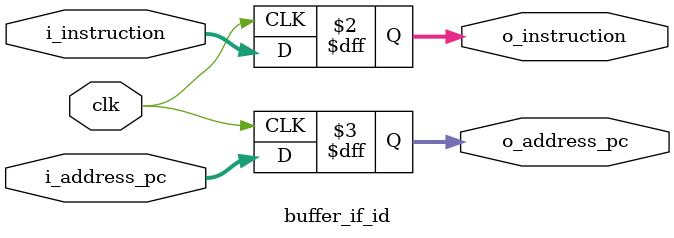
<source format=v>

`timescale 1ns/1ns

module buffer_if_id (
    input clk,
    input [31:0] i_instruction,
	input [31:0] i_address_pc,
	output reg [31:0] o_instruction,
	output reg [31:0] o_address_pc
);

always @(posedge clk) begin
	o_address_pc <= i_address_pc;
	o_instruction <= i_instruction;
end
    
endmodule
</source>
